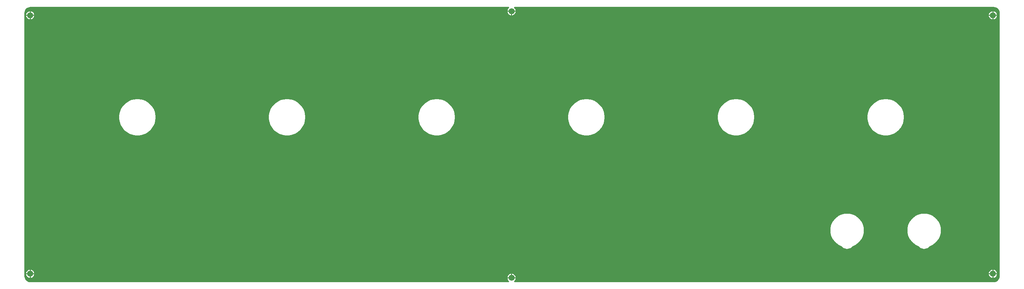
<source format=gtl>
G04*
G04 #@! TF.GenerationSoftware,Altium Limited,Altium Designer,25.8.1 (18)*
G04*
G04 Layer_Physical_Order=1*
G04 Layer_Color=255*
%FSLAX44Y44*%
%MOMM*%
G71*
G04*
G04 #@! TF.SameCoordinates,F476F1D3-1EEA-4DE3-8D48-3B5DE2A39FBC*
G04*
G04*
G04 #@! TF.FilePolarity,Positive*
G04*
G01*
G75*
%ADD14C,1.5000*%
G36*
X-6727Y340642D02*
X-6046Y338102D01*
X-6165Y338034D01*
X-8034Y336165D01*
X-9356Y333875D01*
X-10040Y331322D01*
Y331270D01*
X10040D01*
Y331322D01*
X9356Y333875D01*
X8034Y336165D01*
X6165Y338034D01*
X6046Y338102D01*
X6727Y340642D01*
X1192225Y340642D01*
X1195303Y340339D01*
X1197998Y339521D01*
X1200481Y338194D01*
X1202658Y336408D01*
X1204445Y334231D01*
X1205772Y331747D01*
X1206590Y329052D01*
X1206893Y325974D01*
Y-325975D01*
X1206590Y-329053D01*
X1205772Y-331748D01*
X1204445Y-334231D01*
X1202658Y-336408D01*
X1200481Y-338194D01*
X1197998Y-339522D01*
X1195303Y-340339D01*
X1192225Y-340642D01*
X6727Y-340642D01*
X6047Y-338102D01*
X6165Y-338034D01*
X8034Y-336165D01*
X9356Y-333875D01*
X10040Y-331322D01*
Y-331270D01*
X-10040D01*
Y-331322D01*
X-9356Y-333875D01*
X-8034Y-336165D01*
X-6165Y-338034D01*
X-6047Y-338102D01*
X-6727Y-340642D01*
X-1189724Y-340642D01*
X-1192802Y-340339D01*
X-1195497Y-339521D01*
X-1197980Y-338194D01*
X-1200157Y-336408D01*
X-1201944Y-334230D01*
X-1203271Y-331747D01*
X-1204089Y-329052D01*
X-1204392Y-325974D01*
Y325975D01*
X-1204089Y329053D01*
X-1203271Y331748D01*
X-1201944Y334231D01*
X-1200157Y336408D01*
X-1197980Y338194D01*
X-1195497Y339522D01*
X-1192802Y340339D01*
X-1189724Y340643D01*
X-6727Y340642D01*
D02*
G37*
%LPC*%
G36*
X1191322Y330040D02*
X1191270D01*
Y321270D01*
X1200040D01*
Y321322D01*
X1199356Y323875D01*
X1198034Y326165D01*
X1196165Y328034D01*
X1193875Y329356D01*
X1191322Y330040D01*
D02*
G37*
G36*
X1188730D02*
X1188678D01*
X1186125Y329356D01*
X1183835Y328034D01*
X1181966Y326165D01*
X1180644Y323875D01*
X1179960Y321322D01*
Y321270D01*
X1188730D01*
Y330040D01*
D02*
G37*
G36*
X-1188678D02*
X-1188730D01*
Y321270D01*
X-1179960D01*
Y321322D01*
X-1180644Y323875D01*
X-1181966Y326165D01*
X-1183835Y328034D01*
X-1186125Y329356D01*
X-1188678Y330040D01*
D02*
G37*
G36*
X-1191270D02*
X-1191322D01*
X-1193875Y329356D01*
X-1196165Y328034D01*
X-1198034Y326165D01*
X-1199356Y323875D01*
X-1200040Y321322D01*
Y321270D01*
X-1191270D01*
Y330040D01*
D02*
G37*
G36*
X10040Y328730D02*
X1270D01*
Y319960D01*
X1322D01*
X3875Y320644D01*
X6165Y321966D01*
X8034Y323835D01*
X9356Y326125D01*
X10040Y328678D01*
Y328730D01*
D02*
G37*
G36*
X-1270D02*
X-10040D01*
Y328678D01*
X-9356Y326125D01*
X-8034Y323835D01*
X-6165Y321966D01*
X-3875Y320644D01*
X-1322Y319960D01*
X-1270D01*
Y328730D01*
D02*
G37*
G36*
X1200040Y318730D02*
X1191270D01*
Y309960D01*
X1191322D01*
X1193875Y310644D01*
X1196165Y311966D01*
X1198034Y313835D01*
X1199356Y316125D01*
X1200040Y318678D01*
Y318730D01*
D02*
G37*
G36*
X1188730D02*
X1179960D01*
Y318678D01*
X1180644Y316125D01*
X1181966Y313835D01*
X1183835Y311966D01*
X1186125Y310644D01*
X1188678Y309960D01*
X1188730D01*
Y318730D01*
D02*
G37*
G36*
X-1179960D02*
X-1188730D01*
Y309960D01*
X-1188678D01*
X-1186125Y310644D01*
X-1183835Y311966D01*
X-1181966Y313835D01*
X-1180644Y316125D01*
X-1179960Y318678D01*
Y318730D01*
D02*
G37*
G36*
X-1191270D02*
X-1200040D01*
Y318678D01*
X-1199356Y316125D01*
X-1198034Y313835D01*
X-1196165Y311966D01*
X-1193875Y310644D01*
X-1191322Y309960D01*
X-1191270D01*
Y318730D01*
D02*
G37*
G36*
X927950Y112500D02*
X922051D01*
X916202Y111730D01*
X910504Y110203D01*
X905054Y107946D01*
X899946Y104996D01*
X895266Y101405D01*
X891095Y97234D01*
X887504Y92554D01*
X884554Y87446D01*
X882297Y81996D01*
X880770Y76298D01*
X880000Y70449D01*
Y64550D01*
X880770Y58702D01*
X882297Y53004D01*
X884554Y47554D01*
X887504Y42446D01*
X891095Y37766D01*
X895266Y33595D01*
X899946Y30004D01*
X905054Y27054D01*
X910504Y24797D01*
X916202Y23270D01*
X922051Y22500D01*
X927950D01*
X933798Y23270D01*
X939496Y24797D01*
X944946Y27054D01*
X950054Y30004D01*
X954734Y33595D01*
X958905Y37766D01*
X962496Y42446D01*
X965446Y47554D01*
X967703Y53004D01*
X969230Y58702D01*
X970000Y64550D01*
Y70449D01*
X969230Y76298D01*
X967703Y81996D01*
X965446Y87446D01*
X962496Y92554D01*
X958905Y97234D01*
X954734Y101405D01*
X950054Y104996D01*
X944946Y107946D01*
X939496Y110203D01*
X933798Y111730D01*
X927950Y112500D01*
D02*
G37*
G36*
X557949D02*
X552051D01*
X546202Y111730D01*
X540504Y110203D01*
X535054Y107946D01*
X529946Y104996D01*
X525266Y101405D01*
X521095Y97234D01*
X517504Y92554D01*
X514554Y87446D01*
X512297Y81996D01*
X510770Y76298D01*
X510000Y70449D01*
Y64550D01*
X510770Y58702D01*
X512297Y53004D01*
X514554Y47554D01*
X517504Y42446D01*
X521095Y37766D01*
X525266Y33595D01*
X529946Y30004D01*
X535054Y27054D01*
X540504Y24797D01*
X546202Y23270D01*
X552051Y22500D01*
X557949D01*
X563798Y23270D01*
X569496Y24797D01*
X574946Y27054D01*
X580054Y30004D01*
X584734Y33595D01*
X588905Y37766D01*
X592496Y42446D01*
X595446Y47554D01*
X597703Y53004D01*
X599230Y58702D01*
X600000Y64550D01*
Y70449D01*
X599230Y76298D01*
X597703Y81996D01*
X595446Y87446D01*
X592496Y92554D01*
X588905Y97234D01*
X584734Y101405D01*
X580054Y104996D01*
X574946Y107946D01*
X569496Y110203D01*
X563798Y111730D01*
X557949Y112500D01*
D02*
G37*
G36*
X187949D02*
X182050D01*
X176202Y111730D01*
X170504Y110203D01*
X165054Y107946D01*
X159946Y104996D01*
X155266Y101405D01*
X151095Y97234D01*
X147504Y92554D01*
X144554Y87446D01*
X142297Y81996D01*
X140770Y76298D01*
X140000Y70449D01*
Y64550D01*
X140770Y58702D01*
X142297Y53004D01*
X144554Y47554D01*
X147504Y42446D01*
X151095Y37766D01*
X155266Y33595D01*
X159946Y30004D01*
X165054Y27054D01*
X170504Y24797D01*
X176202Y23270D01*
X182050Y22500D01*
X187949D01*
X193798Y23270D01*
X199496Y24797D01*
X204946Y27054D01*
X210054Y30004D01*
X214734Y33595D01*
X218905Y37766D01*
X222496Y42446D01*
X225446Y47554D01*
X227703Y53004D01*
X229230Y58702D01*
X230000Y64550D01*
Y70449D01*
X229230Y76298D01*
X227703Y81996D01*
X225446Y87446D01*
X222496Y92554D01*
X218905Y97234D01*
X214734Y101405D01*
X210054Y104996D01*
X204946Y107946D01*
X199496Y110203D01*
X193798Y111730D01*
X187949Y112500D01*
D02*
G37*
G36*
X-182051D02*
X-187950D01*
X-193798Y111730D01*
X-199496Y110203D01*
X-204946Y107946D01*
X-210054Y104996D01*
X-214734Y101405D01*
X-218905Y97234D01*
X-222496Y92554D01*
X-225446Y87446D01*
X-227703Y81996D01*
X-229230Y76298D01*
X-230000Y70449D01*
Y64550D01*
X-229230Y58702D01*
X-227703Y53004D01*
X-225446Y47554D01*
X-222496Y42446D01*
X-218905Y37766D01*
X-214734Y33595D01*
X-210054Y30004D01*
X-204946Y27054D01*
X-199496Y24797D01*
X-193798Y23270D01*
X-187950Y22500D01*
X-182051D01*
X-176202Y23270D01*
X-170504Y24797D01*
X-165054Y27054D01*
X-159946Y30004D01*
X-155266Y33595D01*
X-151095Y37766D01*
X-147504Y42446D01*
X-144554Y47554D01*
X-142297Y53004D01*
X-140770Y58702D01*
X-140000Y64550D01*
Y70449D01*
X-140770Y76298D01*
X-142297Y81996D01*
X-144554Y87446D01*
X-147504Y92554D01*
X-151095Y97234D01*
X-155266Y101405D01*
X-159946Y104996D01*
X-165054Y107946D01*
X-170504Y110203D01*
X-176202Y111730D01*
X-182051Y112500D01*
D02*
G37*
G36*
X-552051D02*
X-557949D01*
X-563798Y111730D01*
X-569496Y110203D01*
X-574946Y107946D01*
X-580054Y104996D01*
X-584734Y101405D01*
X-588905Y97234D01*
X-592496Y92554D01*
X-595446Y87446D01*
X-597703Y81996D01*
X-599230Y76298D01*
X-600000Y70449D01*
Y64550D01*
X-599230Y58702D01*
X-597703Y53004D01*
X-595446Y47554D01*
X-592496Y42446D01*
X-588905Y37766D01*
X-584734Y33595D01*
X-580054Y30004D01*
X-574946Y27054D01*
X-569496Y24797D01*
X-563798Y23270D01*
X-557949Y22500D01*
X-552051D01*
X-546202Y23270D01*
X-540504Y24797D01*
X-535054Y27054D01*
X-529946Y30004D01*
X-525266Y33595D01*
X-521095Y37766D01*
X-517504Y42446D01*
X-514554Y47554D01*
X-512297Y53004D01*
X-510770Y58702D01*
X-510000Y64550D01*
Y70449D01*
X-510770Y76298D01*
X-512297Y81996D01*
X-514554Y87446D01*
X-517504Y92554D01*
X-521095Y97234D01*
X-525266Y101405D01*
X-529946Y104996D01*
X-535054Y107946D01*
X-540504Y110203D01*
X-546202Y111730D01*
X-552051Y112500D01*
D02*
G37*
G36*
X-922051D02*
X-927950D01*
X-933798Y111730D01*
X-939496Y110203D01*
X-944946Y107946D01*
X-950054Y104996D01*
X-954734Y101405D01*
X-958905Y97234D01*
X-962496Y92554D01*
X-965446Y87446D01*
X-967703Y81996D01*
X-969230Y76298D01*
X-970000Y70449D01*
Y64550D01*
X-969230Y58702D01*
X-967703Y53004D01*
X-965446Y47554D01*
X-962496Y42446D01*
X-958905Y37766D01*
X-954734Y33595D01*
X-950054Y30004D01*
X-944946Y27054D01*
X-939496Y24797D01*
X-933798Y23270D01*
X-927950Y22500D01*
X-922051D01*
X-916202Y23270D01*
X-910504Y24797D01*
X-905054Y27054D01*
X-899946Y30004D01*
X-895266Y33595D01*
X-891095Y37766D01*
X-887504Y42446D01*
X-884554Y47554D01*
X-882297Y53004D01*
X-880770Y58702D01*
X-880000Y64550D01*
Y70449D01*
X-880770Y76298D01*
X-882297Y81996D01*
X-884554Y87446D01*
X-887504Y92554D01*
X-891095Y97234D01*
X-895266Y101405D01*
X-899946Y104996D01*
X-905054Y107946D01*
X-910504Y110203D01*
X-916202Y111730D01*
X-922051Y112500D01*
D02*
G37*
G36*
X1020000Y-171162D02*
X1014604Y-171515D01*
X1009301Y-172570D01*
X1004180Y-174308D01*
X999331Y-176700D01*
X994835Y-179704D01*
X990769Y-183269D01*
X987204Y-187335D01*
X984200Y-191831D01*
X981808Y-196681D01*
X980070Y-201801D01*
X979015Y-207104D01*
X978661Y-212500D01*
X979015Y-217896D01*
X980070Y-223199D01*
X981808Y-228320D01*
X984200Y-233169D01*
X987204Y-237665D01*
X990769Y-241731D01*
X994835Y-245296D01*
X999331Y-248300D01*
X1004180Y-250692D01*
X1007185Y-251712D01*
X1008809Y-253691D01*
X1011207Y-255659D01*
X1013944Y-257122D01*
X1016913Y-258022D01*
X1020000Y-258326D01*
X1023087Y-258022D01*
X1026056Y-257122D01*
X1028793Y-255659D01*
X1031191Y-253691D01*
X1032815Y-251712D01*
X1035819Y-250692D01*
X1040669Y-248300D01*
X1045165Y-245296D01*
X1049231Y-241731D01*
X1052796Y-237665D01*
X1055800Y-233169D01*
X1058192Y-228320D01*
X1059930Y-223199D01*
X1060985Y-217896D01*
X1061338Y-212500D01*
X1060985Y-207104D01*
X1059930Y-201801D01*
X1058192Y-196681D01*
X1055800Y-191831D01*
X1052796Y-187335D01*
X1049231Y-183269D01*
X1045165Y-179704D01*
X1040669Y-176700D01*
X1035819Y-174308D01*
X1030699Y-172570D01*
X1025396Y-171515D01*
X1020000Y-171162D01*
D02*
G37*
G36*
X829499Y-171162D02*
X824103Y-171515D01*
X818799Y-172570D01*
X813679Y-174308D01*
X808829Y-176700D01*
X804333Y-179704D01*
X800268Y-183270D01*
X796703Y-187335D01*
X793698Y-191831D01*
X791307Y-196681D01*
X789569Y-201801D01*
X788514Y-207104D01*
X788160Y-212500D01*
X788514Y-217896D01*
X789569Y-223199D01*
X791307Y-228320D01*
X793698Y-233169D01*
X796703Y-237666D01*
X800268Y-241731D01*
X804333Y-245296D01*
X808829Y-248300D01*
X813679Y-250692D01*
X816684Y-251712D01*
X818308Y-253691D01*
X820706Y-255659D01*
X823442Y-257122D01*
X826411Y-258022D01*
X829499Y-258326D01*
X832586Y-258022D01*
X835555Y-257122D01*
X838291Y-255659D01*
X840689Y-253691D01*
X842314Y-251712D01*
X845318Y-250692D01*
X850168Y-248300D01*
X854664Y-245296D01*
X858729Y-241731D01*
X862295Y-237666D01*
X865299Y-233169D01*
X867690Y-228320D01*
X869428Y-223199D01*
X870483Y-217896D01*
X870837Y-212500D01*
X870483Y-207104D01*
X869428Y-201801D01*
X867690Y-196681D01*
X865299Y-191831D01*
X862295Y-187335D01*
X858729Y-183270D01*
X854664Y-179704D01*
X850168Y-176700D01*
X845318Y-174308D01*
X840198Y-172570D01*
X834894Y-171515D01*
X829499Y-171162D01*
D02*
G37*
G36*
X1191322Y-309960D02*
X1191270D01*
Y-318730D01*
X1200040D01*
Y-318678D01*
X1199356Y-316125D01*
X1198034Y-313835D01*
X1196165Y-311966D01*
X1193875Y-310644D01*
X1191322Y-309960D01*
D02*
G37*
G36*
X1188730D02*
X1188678D01*
X1186125Y-310644D01*
X1183835Y-311966D01*
X1181966Y-313835D01*
X1180644Y-316125D01*
X1179960Y-318678D01*
Y-318730D01*
X1188730D01*
Y-309960D01*
D02*
G37*
G36*
X-1188678D02*
X-1188730D01*
Y-318730D01*
X-1179960D01*
Y-318678D01*
X-1180644Y-316125D01*
X-1181966Y-313835D01*
X-1183835Y-311966D01*
X-1186125Y-310644D01*
X-1188678Y-309960D01*
D02*
G37*
G36*
X-1191270D02*
X-1191322D01*
X-1193875Y-310644D01*
X-1196165Y-311966D01*
X-1198034Y-313835D01*
X-1199356Y-316125D01*
X-1200040Y-318678D01*
Y-318730D01*
X-1191270D01*
Y-309960D01*
D02*
G37*
G36*
X1322Y-319960D02*
X1270D01*
Y-328730D01*
X10040D01*
Y-328678D01*
X9356Y-326125D01*
X8034Y-323835D01*
X6165Y-321966D01*
X3875Y-320644D01*
X1322Y-319960D01*
D02*
G37*
G36*
X-1270D02*
X-1322D01*
X-3875Y-320644D01*
X-6165Y-321966D01*
X-8034Y-323835D01*
X-9356Y-326125D01*
X-10040Y-328678D01*
Y-328730D01*
X-1270D01*
Y-319960D01*
D02*
G37*
G36*
X1200040Y-321270D02*
X1191270D01*
Y-330040D01*
X1191322D01*
X1193875Y-329356D01*
X1196165Y-328034D01*
X1198034Y-326165D01*
X1199356Y-323875D01*
X1200040Y-321322D01*
Y-321270D01*
D02*
G37*
G36*
X1188730D02*
X1179960D01*
Y-321322D01*
X1180644Y-323875D01*
X1181966Y-326165D01*
X1183835Y-328034D01*
X1186125Y-329356D01*
X1188678Y-330040D01*
X1188730D01*
Y-321270D01*
D02*
G37*
G36*
X-1179960D02*
X-1188730D01*
Y-330040D01*
X-1188678D01*
X-1186125Y-329356D01*
X-1183835Y-328034D01*
X-1181966Y-326165D01*
X-1180644Y-323875D01*
X-1179960Y-321322D01*
Y-321270D01*
D02*
G37*
G36*
X-1191270D02*
X-1200040D01*
Y-321322D01*
X-1199356Y-323875D01*
X-1198034Y-326165D01*
X-1196165Y-328034D01*
X-1193875Y-329356D01*
X-1191322Y-330040D01*
X-1191270D01*
Y-321270D01*
D02*
G37*
%LPD*%
D14*
X0Y330000D02*
D03*
Y-330000D02*
D03*
X1190000Y320000D02*
D03*
X-1190000Y-320000D02*
D03*
Y320000D02*
D03*
X1190000Y-320000D02*
D03*
M02*

</source>
